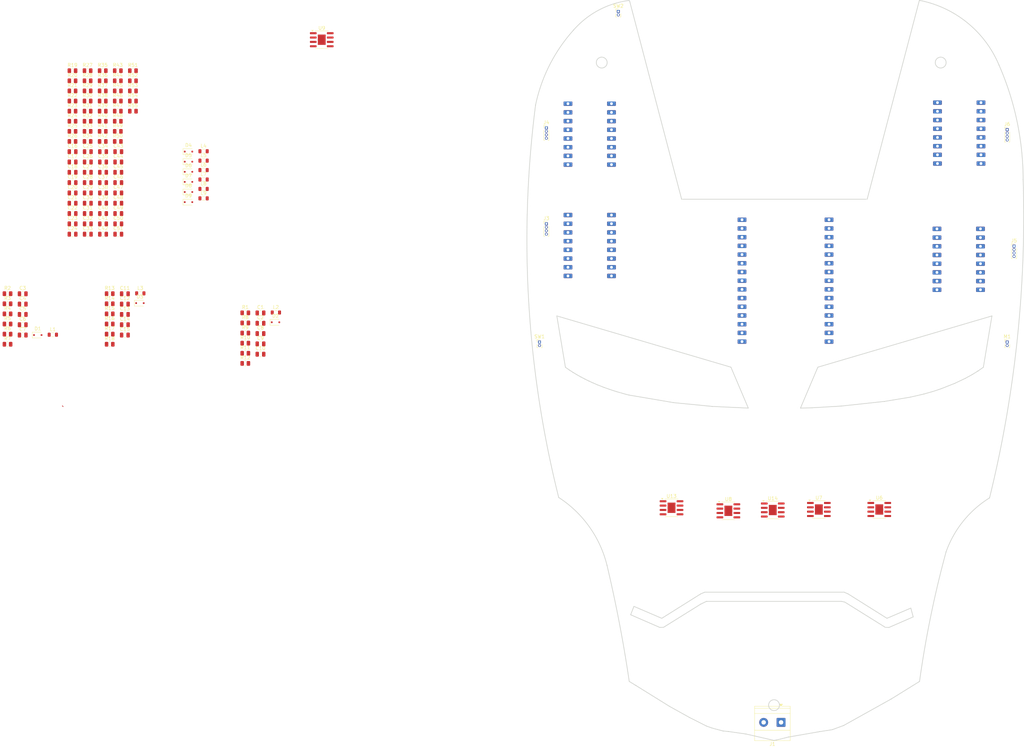
<source format=kicad_pcb>
(kicad_pcb (version 20241229) (generator "pcbnew") (generator_version "9.0")
  (layers (0 "F.Cu" signal) (2 "B.Cu" signal) (13 "F.Paste" user) (15 "B.Paste" user) (5 "F.SilkS" user "F.Silkscreen") (7 "B.SilkS" user "B.Silkscreen") (1 "F.Mask" user) (3 "B.Mask" user) (25 "Edge.Cuts" user))
  (net 0 "")
  (net 1 "Earth")
  (net 2 "Net-(U1-VIN)")
  (net 4 "Net-(D2-K)")
  (net 5 "Net-(D1-K)")
  (net 7 "Net-(C4-Pad2)")
  (net 8 "Net-(U2-COMP)")
  (net 9 "Net-(C5-Pad2)")
  (net 10 "Net-(U2-VIN)")
  (net 11 "Net-(C8-Pad2)")
  (net 12 "Net-(U1-COMP)")
  (net 13 "Net-(C10-Pad2)")
  (net 14 "Net-(U3-VIN)")
  (net 15 "Net-(D3-K)")
  (net 17 "Net-(U3-COMP)")
  (net 18 "Net-(C13-Pad2)")
  (net 19 "Net-(C15-Pad2)")
  (net 20 "/Assembly/28V")
  (net 22 "Net-(D4-K)")
  (net 23 "Net-(U6-COMP)")
  (net 24 "Net-(C18-Pad2)")
  (net 25 "Net-(U10-VMOT)")
  (net 26 "Net-(D5-K)")
  (net 28 "Net-(C23-Pad2)")
  (net 29 "Net-(U7-COMP)")
  (net 30 "Net-(U11-VMOT)")
  (net 32 "Net-(D6-K)")
  (net 33 "Net-(U8-COMP)")
  (net 34 "Net-(C28-Pad2)")
  (net 35 "Net-(U12-VMOT)")
  (net 37 "Net-(D7-K)")
  (net 38 "Net-(C33-Pad2)")
  (net 39 "Net-(J2-VIN)")
  (net 40 "Net-(D8-K)")
  (net 42 "Net-(C41-Pad2)")
  (net 43 "Net-(U13-COMP)")
  (net 44 "Net-(M1-+)")
  (net 45 "Net-(C45-Pad2)")
  (net 46 "Net-(D9-K)")
  (net 48 "Net-(C48-Pad2)")
  (net 49 "Net-(U14-COMP)")
  (net 50 "Net-(U15-VMOT)")
  (net 51 "/Assembly/D18")
  (net 52 "/Assembly/3v3")
  (net 56 "/Assembly/D2")
  (net 59 "Net-(J2-D26)")
  (net 61 "/Assembly/D32")
  (net 62 "/Assembly/D33")
  (net 63 "/Assembly/D19")
  (net 66 "/Assembly/GND_L")
  (net 68 "/Assembly/D4")
  (net 69 "Net-(J3-Pin_1)")
  (net 70 "Net-(J3-Pin_4)")
  (net 71 "Net-(J3-Pin_2)")
  (net 72 "Net-(J3-Pin_3)")
  (net 73 "Net-(J4-Pin_2)")
  (net 74 "Net-(J4-Pin_1)")
  (net 75 "Net-(J4-Pin_3)")
  (net 76 "Net-(J4-Pin_4)")
  (net 77 "Net-(J5-Pin_1)")
  (net 78 "Net-(J5-Pin_3)")
  (net 79 "Net-(J5-Pin_4)")
  (net 80 "Net-(J5-Pin_2)")
  (net 81 "Net-(J6-Pin_1)")
  (net 82 "Net-(J6-Pin_2)")
  (net 83 "Net-(J6-Pin_4)")
  (net 84 "Net-(J6-Pin_3)")
  (net 85 "Net-(U1-EN)")
  (net 86 "Net-(U2-FB)")
  (net 87 "Net-(U2-FREQ)")
  (net 88 "Net-(U2-EN)")
  (net 89 "Net-(U1-FREQ)")
  (net 90 "Net-(U1-FB)")
  (net 91 "Net-(U3-EN)")
  (net 92 "Net-(U3-FREQ)")
  (net 93 "Net-(U3-FB)")
  (net 94 "Net-(U6-EN)")
  (net 95 "Net-(U6-6)")
  (net 96 "Net-(U6-FB)")
  (net 97 "Net-(U7-EN)")
  (net 98 "Net-(U7-6)")
  (net 99 "Net-(U7-FB)")
  (net 100 "Net-(U8-EN)")
  (net 101 "Net-(U8-6)")
  (net 102 "Net-(U8-FB)")
  (net 103 "Net-(U9-EN)")
  (net 104 "Net-(U9-FB)")
  (net 105 "Net-(U13-EN)")
  (net 106 "Net-(U13-6)")
  (net 107 "Net-(U13-FB)")
  (net 108 "Net-(U14-EN)")
  (net 109 "Net-(U14-6)")
  (net 110 "Net-(U14-FB)")
  (net 125 "Net-(U9-VIN)")
  (net 126 "Net-(U9-SW)")
  (footprint "Diode_SMD:D_SOD-323F" (layer "F.Cu") (at 3.045 144.45)
    (property "Reference" "D1")
    (property "Value" "D_Zener_Small")
  )
  (footprint "Diode_SMD:D_SOD-323F" (layer "F.Cu") (at 47.045 102.7)
    (property "Reference" "D8")
    (property "Value" "D_Zener_Small")
  )
  (footprint "Package_SO:SOIC-8-1EP_3.9x4.9mm_P1.27mm_EP2.29x3mm" (layer "F.Cu") (at 217.57 195.52)
    (property "Reference" "U14")
    (property "Value" "~")
  )
  (footprint "Capacitor_SMD:C_0805_2012Metric" (layer "F.Cu") (at 13.2 96.95)
    (property "Reference" "C18")
    (property "Value" "220 pF")
  )
  (footprint "Capacitor_SMD:C_0805_2012Metric" (layer "F.Cu") (at 17.65 90.93)
    (property "Reference" "C25")
    (property "Value" "22 uF")
  )
  (footprint "Resistor_SMD:R_0805_2012Metric" (layer "F.Cu") (at 13.18 70.25)
    (property "Reference" "R20")
    (property "Value" "200k")
  )
  (footprint "Resistor_SMD:R_0805_2012Metric" (layer "F.Cu") (at 63.62 143.87)
    (property "Reference" "R9")
    (property "Value" "100k")
  )
  (footprint "Resistor_SMD:R_0805_2012Metric" (layer "F.Cu") (at 30.82 73.2)
    (property "Reference" "R53")
    (property "Value" "68.1k")
  )
  (footprint "Diode_SMD:D_SOD-323F" (layer "F.Cu") (at 47.045 105.65)
    (property "Reference" "D9")
    (property "Value" "D_Zener_Small")
  )
  (footprint "Resistor_SMD:R_0805_2012Metric" (layer "F.Cu") (at 30.82 76.15)
    (property "Reference" "R54")
    (property "Value" "10k")
  )
  (footprint "Capacitor_SMD:C_0805_2012Metric" (layer "F.Cu") (at 13.2 115.01)
    (property "Reference" "C24")
    (property "Value" "NS")
  )
  (footprint "Capacitor_SMD:C_0805_2012Metric" (layer "F.Cu") (at 26.55 108.99)
    (property "Reference" "C49")
    (property "Value" "NS")
  )
  (footprint "Modules:ESP32 30 pin" (layer "F.Cu") (at 208.6 110.8)
    (property "Reference" "J2" (hide yes))
    (property "Value" "esp32 30 pin" (hide yes))
  )
  (footprint "Modules:DRV8825Module" (layer "F.Cu") (at 265.65 76.61)
    (property "Reference" "U15" (hide yes))
    (property "Value" "DRV8825_STEPPER_MOTOR_DRIVER_CARRIER" (hide yes))
  )
  (footprint "Resistor_SMD:R_0805_2012Metric" (layer "F.Cu") (at -5.78 144.18)
    (property "Reference" "R6")
    (property "Value" "100k")
  )
  (footprint "Resistor_SMD:R_0805_2012Metric" (layer "F.Cu") (at 22 82.05)
    (property "Reference" "R40")
    (property "Value" "68.1k")
  )
  (footprint "Connector_PinHeader_1.00mm:PinHeader_1x04_P1.00mm_Vertical" (layer "F.Cu") (at 151.5 84)
    (property "Reference" "J4")
    (property "Value" "JST")
  )
  (footprint "Capacitor_SMD:C_0805_2012Metric" (layer "F.Cu") (at -1.35 144.45)
    (property "Reference" "C7")
    (property "Value" "10 uF")
  )
  (footprint "Capacitor_SMD:C_0805_2012Metric" (layer "F.Cu") (at 17.65 108.99)
    (property "Reference" "C31")
    (property "Value" "10 uF")
  )
  (footprint "Resistor_SMD:R_0805_2012Metric" (layer "F.Cu") (at 24.04 147.13)
    (property "Reference" "R18")
    (property "Value" "140k")
  )
  (footprint "Resistor_SMD:R_0805_2012Metric" (layer "F.Cu") (at 22 79.1)
    (property "Reference" "R39")
    (property "Value" "100k")
  )
  (footprint "Resistor_SMD:R_0805_2012Metric" (layer "F.Cu") (at 24.04 135.33)
    (property "Reference" "R14")
    (property "Value" "200k")
  )
  (footprint "Capacitor_SMD:C_0805_2012Metric" (layer "F.Cu") (at 17.65 112)
    (property "Reference" "C32")
    (property "Value" "100 nF")
  )
  (footprint "Capacitor_SMD:C_0805_2012Metric" (layer "F.Cu") (at 26.55 115.01)
    (property "Reference" "C51")
    (property "Value" "100 uF")
  )
  (footprint "Capacitor_SMD:C_0805_2012Metric" (layer "F.Cu") (at 26.55 90.93)
    (property "Reference" "C43")
    (property "Value" "22 uF")
  )
  (footprint "Capacitor_SMD:C_0805_2012Metric" (layer "F.Cu") (at 17.65 102.97)
    (property "Reference" "C29")
    (property "Value" "NS")
  )
  (footprint "Resistor_SMD:R_0805_2012Metric" (layer "F.Cu") (at 17.59 87.95)
    (property "Reference" "R34")
    (property "Value" "68.1k")
  )
  (footprint "Resistor_SMD:R_0805_2012Metric" (layer "F.Cu") (at 26.41 87.95)
    (property "Reference" "R50")
    (property "Value" "24.9k")
  )
  (footprint "Resistor_SMD:R_0805_2012Metric" (layer "F.Cu") (at 26.41 73.2)
    (property "Reference" "R45")
    (property "Value" "100k")
  )
  (footprint "Resistor_SMD:R_0805_2012Metric" (layer "F.Cu") (at 30.82 70.25)
    (property "Reference" "R52")
    (property "Value" "100k")
  )
  (footprint "Resistor_SMD:R_0805_2012Metric" (layer "F.Cu") (at -5.78 138.28)
    (property "Reference" "R4")
    (property "Value" "68.1k")
  )
  (footprint "Modules:DRV8825Module" (layer "F.Cu") (at 265.5 113.46)
    (property "Reference" "U12" (hide yes))
    (property "Value" "DRV8825_STEPPER_MOTOR_DRIVER_CARRIER" (hide yes))
  )
  (footprint "Package_SO:SOIC-8-1EP_3.9x4.9mm_P1.27mm_EP2.29x3mm" (layer "F.Cu") (at 85.93 58.25)
    (property "Reference" "U9")
    (property "Value" "~")
  )
  (footprint "Resistor_SMD:R_0805_2012Metric" (layer "F.Cu") (at 63.62 146.82)
    (property "Reference" "R10")
    (property "Value" "68.1k")
  )
  (footprint "Diode_SMD:D_SOD-323F" (layer "F.Cu") (at 72.445 140.72)
    (property "Reference" "D2")
    (property "Value" "D_Zener_Small")
  )
  (footprint "Capacitor_SMD:C_0805_2012Metric" (layer "F.Cu") (at 68.05 150.04)
    (property "Reference" "C10")
    (property "Value" "22 uF")
  )
  (footprint "Capacitor_SMD:C_0805_2012Metric" (layer "F.Cu") (at 22.1 105.98)
    (property "Reference" "C39")
    (property "Value" "10 uF")
  )
  (footprint "Capacitor_SMD:C_0805_2012Metric" (layer "F.Cu") (at 26.55 99.96)
    (property "Reference" "C46")
    (property "Value" "10 uF")
  )
  (footprint "Capacitor_SMD:C_0805_2012Metric" (layer "F.Cu") (at 26.55 112)
    (property "Reference" "C50")
    (property "Value" "22 uF")
  )
  (footprint "Resistor_SMD:R_0805_2012Metric" (layer "F.Cu") (at 22 73.2)
    (property "Reference" "R37")
    (property "Value" "24.9k")
  )
  (footprint "Capacitor_SMD:C_0805_2012Metric" (layer "F.Cu") (at 13.2 105.98)
    (property "Reference" "C21")
    (property "Value" "10 uF")
  )
  (footprint "Resistor_SMD:R_0805_2012Metric" (layer "F.Cu") (at 22 70.25)
    (property "Reference" "R36")
    (property "Value" "140k")
  )
  (footprint "Connector_PinHeader_1.00mm:PinHeader_1x02_P1.00mm_Vertical" (layer "F.Cu") (at 286 146.5)
    (property "Reference" "M1")
    (property "Value" "Motor_DC")
  )
  (footprint "Resistor_SMD:R_0805_2012Metric" (layer "F.Cu") (at 26.41 82.05)
    (property "Reference" "R48")
    (property "Value" "140k")
  )
  (footprint "Inductor_SMD:L_0805_2012Metric" (layer "F.Cu") (at 51.44 99.05)
    (property "Reference" "L7")
    (property "Value" "L_Small")
  )
  (footprint "Resistor_SMD:R_0805_2012Metric" (layer "F.Cu") (at -5.78 147.13)
    (property "Reference" "R7")
    (property "Value" "24.9k")
  )
  (footprint "Resistor_SMD:R_0805_2012Metric" (layer "F.Cu") (at 24.04 141.23)
    (property "Reference" "R16")
    (property "Value" "68.1k")
  )
  (footprint "Capacitor_SMD:C_0805_2012Metric" (layer "F.Cu") (at 22.1 112)
    (property "Reference" "C41")
    (property "Value" "220 pF")
  )
  (footprint "Resistor_SMD:R_0805_2012Metric" (layer "F.Cu") (at 30.82 67.3)
    (property "Reference" "R51")
    (property "Value" "200k")
  )
  (footprint "Resistor_SMD:R_0805_2012Metric" (layer "F.Cu") (at 22 87.95)
    (property "Reference" "R42")
    (property "Value" "22k")
  )
  (footprint "Resistor_SMD:R_0805_2012Metric" (layer "F.Cu") (at 13.18 67.3)
    (property "Reference" "R19")
    (property "Value" "24.9k")
  )
  (footprint "Diode_SMD:D_SOD-323F" (layer "F.Cu") (at 47.045 90.9)
    (property "Reference" "D4")
    (property "Value" "D_Zener_Small")
  )
  (footprint "Capacitor_SMD:C_0805_2012Metric" (layer "F.Cu") (at 22.1 108.99)
    (property "Reference" "C40")
    (property "Value" "100 nF")
  )
  (footprint "Connector_PinHeader_1.00mm:PinHeader_1x02_P1.00mm_Vertical" (layer "F.Cu") (at 172.5 50)
    (property "Reference" "SW2")
    (property "Value" "SW_SPDT_XKB_DMx-xxxx-1")
  )
  (footprint "Connector_PinHeader_1.00mm:PinHeader_1x04_P1.00mm_Vertical" (layer "F.Cu") (at 286 84.5)
    (property "Reference" "J6")
    (property "Value" "JST")
  )
  (footprint "Resistor_SMD:R_0805_2012Metric" (layer "F.Cu") (at 17.59 79.1)
    (property "Reference" "R31")
    (property "Value" "24.9k")
  )
  (footprint "Capacitor_SMD:C_0805_2012Metric" (layer "F.Cu") (at 22.1 96.95)
    (property "Reference" "C36")
    (property "Value" "100 uF")
  )
  (footprint "Connector_PinHeader_1.00mm:PinHeader_1x04_P1.00mm_Vertical" (layer "F.Cu") (at 151.5 112)
    (property "Reference" "J3")
    (property "Value" "JST")
  )
  (footprint "Resistor_SMD:R_0805_2012Metric" (layer "F.Cu") (at 13.18 85)
    (property "Reference" "R25")
    (property "Value" "24.9k")
  )
  (footprint "Capacitor_SMD:C_0805_2012Metric" (layer "F.Cu") (at 17.65 115.01)
    (property "Reference" "C33")
    (property "Value" "220 pF")
  )
  (footprint "Inductor_SMD:L_0805_2012Metric" (layer "F.Cu") (at 51.44 96.3)
    (property "Reference" "L6")
    (property "Value" "L_Small")
  )
  (footprint "Capacitor_SMD:C_0805_2012Metric" (layer "F.Cu") (at 26.55 102.97)
    (property "Reference" "C47")
    (property "Value" "100 nF")
  )
  (footprint "Resistor_SMD:R_0805_2012Metric" (layer "F.Cu") (at 17.59 85)
    (property "Reference" "R33")
    (property "Value" "100k")
  )
  (footprint "Capacitor_SMD:C_0805_2012Metric" (layer "F.Cu") (at 13.2 112)
    (property "Reference" "C23")
    (property "Value" "220 pF")
  )
  (footprint "Resistor_SMD:R_0805_2012Metric" (layer "F.Cu") (at 17.59 70.25)
    (property "Reference" "R28")
    (property "Value" "68.1k")
  )
  (footprint "Capacitor_SMD:C_0805_2012Metric" (layer "F.Cu") (at 13.2 108.99)
    (property "Reference" "C22")
    (property "Value" "100 nF")
  )
  (footprint "Resistor_SMD:R_0805_2012Metric" (layer "F.Cu") (at 24.04 132.38)
    (property "Reference" "R13")
    (property "Value" "24.9k")
  )
  (footprint "Package_SO:SOIC-8-1EP_3.9x4.9mm_P1.27mm_EP2.29x3mm" (layer "F.Cu") (at 231.025 195.365)
    (property "Reference" "U7")
    (property "Value" "~")
  )
  (footprint "Resistor_SMD:R_0805_2012Metric" (layer "F.Cu") (at 24.04 144.18)
    (property "Reference" "R17")
    (property "Value" "10k")
  )
  (footprint "Resistor_SMD:R_0805_2012Metric" (layer "F.Cu") (at 13.18 76.15)
    (property "Reference" "R22")
    (property "Value" "68.1k")
  )
  (footprint "Capacitor_SMD:C_0805_2012Metric" (layer "F.Cu") (at 68.05 141.01)
    (property "Reference" "C2")
    (property "Value" "100 nF")
  )
  (footprint "Inductor_SMD:L_0805_2012Metric" (layer "F.Cu") (at 51.44 104.55)
    (property "Reference" "L9")
    (property "Value" "L_Small")
  )
  (footprint "Diode_SMD:D_SOD-323F" (layer "F.Cu") (at 47.045 96.8)
    (property "Reference" "D6")
    (property "Value" "D_Zener_Small")
  )
  (footprint "Capacitor_SMD:C_0805_2012Metric" (layer "F.Cu") (at -1.35 132.41)
    (property "Reference" "C3")
    (property "Value" "100 nF")
  )
  (footprint "Connector_PinHeader_1.00mm:PinHeader_1x02_P1.00mm_Vertical" (layer "F.Cu") (at 149.5 146.5)
    (property "Reference" "SW1")
    (property "Value" "SW_SPDT_XKB_DMx-xxxx-1")
  )
  (footprint "Resistor_SMD:R_0805_2012Metric" (layer "F.Cu") (at 22 67.3)
    (property "Reference" "R35")
    (property "Value" "10k")
  )
  (footprint "Resistor_SMD:R_0805_2012Metric" (layer "F.Cu") (at 63.62 149.77)
    (property "Reference" "R11")
    (property "Value" "4.3k")
  )
  (footprint "Resistor_SMD:R_0805_2012Metric" (layer "F.Cu") (at 13.18 82.05)
    (property "Reference" "R24")
    (property "Value" "140k")
  )
  (footprint "Resistor_SMD:R_0805_2012Metric" (layer "F.Cu") (at 17.59 73.2)
    (property "Reference" "R29")
    (property "Value" "10k")
  )
  (footprint "Capacitor_SMD:C_0805_2012Metric" (layer "F.Cu") (at 28.47 144.45)
    (property "Reference" "C15")
    (property "Value" "22 uF")
  )
  (footprint "Resistor_SMD:R_0805_2012Metric" (layer "F.Cu") (at 26.41 70.25)
    (property "Reference" "R44")
    (property "Value" "200k")
  )
  (footprint "Resistor_SMD:R_0805_2012Metric" (layer "F.Cu") (at 30.82 79.1)
    (property "Reference" "R55")
    (property "Value" "140k")
  )
  (footprint "Inductor_SMD:L_0805_2012Metric" (layer "F.Cu") (at 32.97 132.28)
    (property "Reference" "L3")
    (property "Value" "L_Small")
  )
  (footprint "Modules:DRV8825Module" (layer "F.Cu") (at 157.8 76.92)
    (property "Reference" "U11" (hide yes))
    (property "Value" "DRV8825_STEPPER_MOTOR_DRIVER_CARRIER" (hide yes))
  )
  (footprint "Capacitor_SMD:C_0805_2012Metric" (layer "F.Cu") (at 17.65 96.95)
    (property "Reference" "C27")
    (property "Value" "100 nF")
  )
  (footprint "Resistor_SMD:R_0805_2012Metric" (layer "F.Cu") (at -5.78 141.23)
    (property "Reference" "R5")
    (property "Value" "200k")
  )
  (footprint "Resistor_SMD:R_0805_2012Metric" (layer "F.Cu") (at 13.18 87.95)
    (property "Reference" "R26")
    (property "Value" "200k")
  )
  (footprint "Resistor_SMD:R_0805_2012Metric" (layer "F.Cu") (at 13.18 73.2)
    (property "Reference" "R21")
    (property "Value" "100k")
  )
  (footprint "Package_SO:SOIC-8-1EP_3.9x4.9mm_P1.27mm_EP2.29x3mm" (layer "F.Cu") (at 248.665 195.365)
    (property "Reference" "U6")
    (property "Value" "~")
  )
  (footprint "Capacitor_SMD:C_0805_2012Metric" (layer "F.Cu") (at 22.1 90.93)
    (property "Reference" "C34")
    (property "Value" "NS")
  )
  (footprint "Capacitor_SMD:C_0805_2012Metric" (layer "F.Cu") (at 13.2 102.97)
    (property "Reference" "C20")
    (property "Value" "22 uF")
  )
  (footprint "Capacitor_SMD:C_0805_2012Metric" (layer "F.Cu") (at 26.55 96.95)
    (property "Reference" "C45")
    (property "Value" "0.1 uF")
  )
  (footprint "Capacitor_SMD:C_0805_2012Metric" (layer "F.Cu") (at 28.47 141.44)
    (property "Reference" "C14")
    (property "Value" "NS")
  )
  (footprint "Capacitor_SMD:C_0805_2012Metric" (layer "F.Cu") (at 22.1 102.97)
    (property "Reference" "C38")
    (property "Value" "100 uF")
  )
  (footprint "Capacitor_SMD:C_0805_2012Metric" (layer "F.Cu") (at 13.2 90.93)
    (property "Reference" "C16")
    (property "Value" "10 uF")
  )
  (footprint "Capacitor_SMD:C_0805_2012Metric" (layer "F.Cu") (at -1.35 138.43)
    (property "Reference" "C5")
    (property "Value" "220 pF")
  )
  (footprint "Capacitor_SMD:C_0805_2012Metric" (layer "F.Cu") (at 13.2 99.96)
    (property "Reference" "C19")
    (property "Value" "NS")
  )
  (footprint "Package_SO:SOIC-8-1EP_3.9x4.9mm_P1.27mm_EP2.29x3mm" (layer "F.Cu") (at 204.62 195.75)
    (property "Reference" "U8")
    (property "Value" "~")
  )
  (footprint "Capacitor_SMD:C_0805_2012Metric" (layer "F.Cu") (at 26.55 105.98)
    (property "Reference" "C48")
    (property "Value" "220 pF")
  )
  (footprint "Package_SO:SOIC-8-1EP_3.9x4.9mm_P1.27mm_EP2.29x3mm" (layer "F.Cu") (at 188.025 194.865)
    (property "Reference" "U13")
    (property "Value" "~")
  )
  (footprint "Capacitor_SMD:C_0805_2012Metric" (layer "F.Cu") (at 22.1 99.96)
    (property "Reference" "C37")
    (property "Value" "100 uF")
  )
  (footprint "Resistor_SMD:R_0805_2012Metric" (layer "F.Cu") (at 26.41 67.3)
    (property "Reference" "R43")
    (property "Value" "24.9k")
  )
  (footprint "Capacitor_SMD:C_0805_2012Metric" (layer "F.Cu") (at 28.47 135.42)
    (property "Reference" "C12")
    (property "Value" "100 nF")
  )
  (footprint "Resistor_SMD:R_0805_2012Metric" (layer "F.Cu") (at 17.59 76.15)
    (property "Reference" "R30")
    (property "Value" "140k")
  )
  (footprint "Capacitor_SMD:C_0805_2012Metric" (layer "F.Cu") (at 68.05 147.03)
    (property "Reference" "C9")
    (property "Value" "NS")
  )
  (footprint "Capacitor_SMD:C_0805_2012Metric" (layer "F.Cu") (at 68.05 138)
    (property "Reference" "C1")
    (property "Value" "10 uF")
  )
  (footprint "Resistor_SMD:R_0805_2012Metric" (layer "F.Cu") (at 63.62 152.72)
    (property "Reference" "R12")
    (property "Value" "22k")
  )
  (footprint "TerminalBlock_Phoenix:TerminalBlock_Phoenix_MKDS-1,5-2-5.08_1x02_P5.08mm_Horizontal" (layer "F.Cu") (at 220 257.5 180)
    (property "Reference" "J1")
    (property "Value" "Screw_Terminal_01x02")
  )
  (footprint "Capacitor_SMD:C_0805_2012Metric" (layer "F.Cu") (at 28.47 138.43)
    (property "Reference" "C13")
    (property "Value" "220 pF")
  )
  (footprint "Diode_SMD:D_SOD-323F" (layer "F.Cu") (at 47.045 99.75)
    (property "Reference" "D7")
    (property "Value" "D_Zener_Small")
  )
  (footprint "Capacitor_SMD:C_0805_2012Metric" (layer "F.Cu") (at 22.1 115.01)
    (property "Reference" "C42")
    (property "Value" "NS")
  )
  (footprint "Resistor_SMD:R_0805_2012Metric" (layer "F.Cu") (at 22 76.15)
    (property "Reference" "R38")
    (property "Value" "200k")
  )
  (footprint "Resistor_SMD:R_0805_2012Metric" (layer "F.Cu") (at 63.62 137.97)
    (property "Reference" "R1")
    (property "Value" "24.9k")
  )
  (footprint "Resistor_SMD:R_0805_2012Metric" (layer "F.Cu") (at -5.78 135.33)
    (property "Reference" "R3")
    (property "Value" "10k")
  )
  (footprint "Inductor_SMD:L_0805_2012Metric" (layer "F.Cu") (at 72.55 137.87)
    (property "Reference" "L2")
    (property "Value" "L_Small")
  )
  (footprint "Diode_SMD:D_SOD-323F" (layer "F.Cu") (at 32.865 135.13)
    (property "Reference" "D3")
    (property "Value" "D_Zener_Small")
  )
  (footprint "Diode_SMD:D_SOD-323F" (layer "F.Cu") (at 47.045 93.85)
    (property "Reference" "D5")
    (property "Value" "D_Zener_Small")
  )
  (footprint "Resistor_SMD:R_0805_2012Metric" (layer "F.Cu") (at 26.41 76.15)
    (property "Reference" "R46")
    (property "Value" "68.1k")
  )
  (footprint "Resistor_SMD:R_0805_2012Metric" (layer "F.Cu") (at 22 85)
    (property "Reference" "R41")
    (property "Value" "4.3k")
  )
  (footprint "Capacitor_SMD:C_0805_2012Metric" (layer "F.Cu") (at 17.65 93.94)
    (property "Reference" "C26")
    (property "Value" "10 uF")
  )
  (footprint "Capacitor_SMD:C_0805_2012Metric" (layer "F.Cu") (at 28.47 132.41)
    (property "Reference" "C11")
    (property "Value" "10 uF")
  )
  (footprint "Inductor_SMD:L_0805_2012Metric" (layer "F.Cu") (at 51.44 90.8)
    (property "Reference" "L4")
    (property "Value" "L_Small")
  )
  (footprint "Resistor_SMD:R_0805_2012Metric" (layer "F.Cu") (at 63.62 140.92)
    (property "Reference" "R8")
    (property "Value" "200k")
  )
  (footprint "Capacitor_SMD:C_0805_2012Metric" (layer "F.Cu") (at 13.2 93.94)
    (property "Reference" "C17")
    (property "Value" "100 nF")
  )
  (footprint "Resistor_SMD:R_0805_2012Metric" (layer "F.Cu") (at 26.41 85)
    (property "Reference" "R49")
    (property "Value" "0.1 k")
  )
  (footprint "Capacitor_SMD:C_0805_2012Metric" (layer "F.Cu") (at 17.65 105.98)
    (property "Reference" "C30")
    (property "Value" "22 uF")
  )
  (footprint "Capacitor_SMD:C_0805_2012Metric" (layer "F.Cu") (at 22.1 93.94)
    (property "Reference" "C35")
    (property "Value" "22 uF")
  )
  (footprint "Resistor_SMD:R_0805_2012Metric" (layer "F.Cu") (at 24.04 138.28)
    (property "Reference" "R15")
    (property "Value" "100k")
  )
  (footprint "Resistor_SMD:R_0805_2012Metric" (layer "F.Cu") (at -5.78 132.38)
    (property "Reference" "R2")
    (property "Value" "140k")
  )
  (footprint "Inductor_SMD:L_0805_2012Metric" (layer "F.Cu") (at 51.44 101.8)
    (property "Reference" "L8")
    (property "Value" "L_Small")
  )
  (footprint "Resistor_SMD:R_0805_2012Metric" (layer "F.Cu") (at 13.18 79.1)
    (property "Reference" "R23")
    (property "Value" "10k")
  )
  (footprint "Inductor_SMD:L_0805_2012Metric" (layer "F.Cu") (at 7.44 144.35)
    (property "Reference" "L1")
    (property "Value" "L_Small")
  )
  (footprint "Capacitor_SMD:C_0805_2012Metric" (layer "F.Cu") (at 68.05 144.02)
    (property "Reference" "C8")
    (property "Value" "220 pF")
  )
  (footprint "Modules:DRV8825Module" (layer "F.Cu") (at 157.8 109.42)
    (property "Reference" "U10" (hide yes))
    (property "Value" "DRV8825_STEPPER_MOTOR_DRIVER_CARRIER" (hide yes))
  )
  (footprint "Resistor_SMD:R_0805_2012Metric" (layer "F.Cu") (at 17.59 82.05)
    (property "Reference" "R32")
    (property "Value" "200k")
  )
  (footprint "Connector_PinHeader_1.00mm:PinHeader_1x04_P1.00mm_Vertical" (layer "F.Cu") (at 288 118.5)
    (property "Reference" "J5")
    (property "Value" "JST")
  )
  (footprint "Capacitor_SMD:C_0805_2012Metric" (layer "F.Cu") (at 17.65 99.96)
    (property "Reference" "C28")
    (property "Value" "220 pF")
  )
  (footprint "Capacitor_SMD:C_0805_2012Metric" (layer "F.Cu") (at 26.55 93.94)
    (property "Reference" "C44")
    (property "Value" "100 uF")
  )
  (footprint "Resistor_SMD:R_0805_2012Metric" (layer "F.Cu") (at 26.41 79.1)
    (property "Reference" "R47")
    (property "Value" "10k")
  )
  (footprint "Resistor_SMD:R_0805_2012Metric" (layer "F.Cu") (at 17.59 67.3)
    (property "Reference" "R27")
    (property "Value" "100k")
  )
  (footprint "Inductor_SMD:L_0805_2012Metric" (layer "F.Cu") (at 51.44 93.55)
    (property "Reference" "L5")
    (property "Value" "L_Small")
  )
  (footprint "Capacitor_SMD:C_0805_2012Metric" (layer "F.Cu") (at -1.35 135.42)
    (property "Reference" "C4")
    (property "Value" "22 uF")
  )
  (footprint "Capacitor_SMD:C_0805_2012Metric" (layer "F.Cu") (at -1.35 141.44)
    (property "Reference" "C6")
    (property "Value" "NS")
  )
  (gr_line (start 245.125454 104.806009) (end 260.362437 46.756588) (stroke (width 0.2)) (layer "Edge.Cuts"))
  (gr_circle (center 167.656439 64.921247) (end 169.243939 64.921247) (stroke (width 0.2)) (fill no) (layer "Edge.Cuts"))
  (gr_line (start 204.623072 260.163484) (end 204.623072 260.163485) (stroke (width 0.2)) (layer "Edge.Cuts"))
  (gr_line (start 172.08198 160.996572) (end 172.081974 160.996572) (stroke (width 0.2)) (layer "Edge.Cuts"))
  (gr_line (start 238.276105 258.402702) (end 238.276105 258.402705) (stroke (width 0.2)) (layer "Edge.Cuts"))
  (gr_line (start 250.196998 163.817923) (end 250.196974 163.817948) (stroke (width 0.2)) (layer "Edge.Cuts"))
  (gr_line (start 198.244428 222.161237) (end 196.539117 222.994695) (stroke (width 0.2)) (layer "Edge.Cuts"))
  (gr_line (start 158.15608 154.622155) (end 158.156056 154.622155) (stroke (width 0.2)) (layer "Edge.Cuts"))
  (gr_arc (start 155.09562 191.855291) (mid 146.351723 134.90855) (end 148.339267 77.32872) (stroke (width 0.2)) (layer "Edge.Cuts"))
  (gr_line (start 176.095648 226.091953) (end 177.053166 223.644169) (stroke (width 0.2)) (layer "Edge.Cuts"))
  (gr_line (start 162.766797 157.314105) (end 163.966481 157.901606) (stroke (width 0.2)) (layer "Edge.Cuts"))
  (gr_line (start 237.535222 165.179359) (end 237.535222 165.179347) (stroke (width 0.2)) (layer "Edge.Cuts"))
  (gr_line (start 238.390814 219.506566) (end 238.39079 219.506578) (stroke (width 0.2)) (layer "Edge.Cuts"))
  (gr_circle (center 266.589444 64.921247) (end 268.176944 64.921247) (stroke (width 0.2)) (fill no) (layer "Edge.Cuts"))
  (gr_arc (start 159.464294 55.393525) (mid 166.780042 49.606695) (end 175.670707 46.784802) (stroke (width 0.2)) (layer "Edge.Cuts"))
  (gr_line (start 231.218348 260.207086) (end 222.111975 261.789392) (stroke (width 0.2)) (layer "Edge.Cuts"))
  (gr_line (start 188.648526 164.179614) (end 199.898203 165.280019) (stroke (width 0.2)) (layer "Edge.Cuts"))
  (gr_line (start 209.765684 260.901532) (end 209.765684 260.901538) (stroke (width 0.2)) (layer "Edge.Cuts"))
  (gr_line (start 163.966481 157.901606) (end 163.966481 157.901618) (stroke (width 0.2)) (layer "Edge.Cuts"))
  (gr_line (start 163.966481 157.901618) (end 165.181959 158.457277) (stroke (width 0.2)) (layer "Edge.Cuts"))
  (gr_line (start 199.898203 165.280019) (end 199.898203 165.280031) (stroke (width 0.2)) (layer "Edge.Cuts"))
  (gr_line (start 270.727237 158.532296) (end 273.752331 157.099487) (stroke (width 0.2)) (layer "Edge.Cuts"))
  (gr_line (start 258.568168 226.716398) (end 251.5201 229.779958) (stroke (width 0.2)) (layer "Edge.Cuts"))
  (gr_line (start 234.92924 259.635482) (end 234.929252 259.635484) (stroke (width 0.2)) (layer "Edge.Cuts"))
  (gr_line (start 250.196974 163.817948) (end 257.703407 162.579373) (stroke (width 0.2)) (layer "Edge.Cuts"))
  (gr_line (start 199.922959 259.183856) (end 199.922971 259.183853) (stroke (width 0.2)) (layer "Edge.Cuts"))
  (gr_arc (start 169.190557 211.648459) (mid 172.805698 228.529844) (end 175.686125 245.551985) (stroke (width 0.2)) (layer "Edge.Cuts"))
  (gr_arc (start 283.618308 65.667379) (mid 288.86063 82.000201) (end 290.652411 99.059876) (stroke (width 0.2)) (layer "Edge.Cuts"))
  (gr_line (start 196.539117 222.994695) (end 196.539117 222.994689) (stroke (width 0.2)) (layer "Edge.Cuts"))
  (gr_line (start 196.562893 219.986624) (end 197.720998 219.505924) (stroke (width 0.2)) (layer "Edge.Cuts"))
  (gr_line (start 166.411705 158.982245) (end 168.279826 159.71477) (stroke (width 0.2)) (layer "Edge.Cuts"))
  (gr_line (start 205.366435 153.829273) (end 154.552596 138.867241) (stroke (width 0.2)) (layer "Edge.Cuts"))
  (gr_line (start 159.277535 155.348782) (end 160.420816 156.038868) (stroke (width 0.2)) (layer "Edge.Cuts"))
  (gr_line (start 229.060061 165.677015) (end 237.535222 165.179359) (stroke (width 0.2)) (layer "Edge.Cuts"))
  (gr_line (start 161.584408 156.6936) (end 162.766797 157.314117) (stroke (width 0.2)) (layer "Edge.Cuts"))
  (gr_line (start 177.053166 223.644169) (end 185.177405 227.130693) (stroke (width 0.2)) (layer "Edge.Cuts"))
  (gr_arc (start 290.652426 99.059889) (mid 288.9204 145.852201) (end 280.851156 191.976031) (stroke (width 0.2)) (layer "Edge.Cuts"))
  (gr_line (start 198.474719 222.170648) (end 198.244428 222.161231) (stroke (width 0.2)) (layer "Edge.Cuts"))
  (gr_arc (start 148.33928 77.328693) (mid 152.446347 65.622942) (end 159.464295 55.393526) (stroke (width 0.2)) (layer "Edge.Cuts"))
  (gr_line (start 177.677587 246.768232) (end 175.686125 245.551985) (stroke (width 0.2)) (layer "Edge.Cuts"))
  (gr_line (start 261.694419 161.662265) (end 261.694406 161.662265) (stroke (width 0.2)) (layer "Edge.Cuts"))
  (gr_line (start 172.081974 160.996572) (end 174.649253 161.72808) (stroke (width 0.2)) (layer "Edge.Cuts"))
  (gr_line (start 199.898203 165.280031) (end 210.435302 165.770554) (stroke (width 0.2)) (layer "Edge.Cuts"))
  (gr_line (start 174.649253 161.72808) (end 174.649259 161.72808) (stroke (width 0.2)) (layer "Edge.Cuts"))
  (gr_line (start 161.584408 156.693588) (end 161.584408 156.6936) (stroke (width 0.2)) (layer "Edge.Cuts"))
  (gr_line (start 193.293276 256.084263) (end 187.40054 252.807307) (stroke (width 0.2)) (layer "Edge.Cuts"))
  (gr_line (start 187.40054 252.807307) (end 177.677599 246.768232) (stroke (width 0.2)) (layer "Edge.Cuts"))
  (gr_line (start 165.181959 158.457265) (end 166.411711 158.982245) (stroke (width 0.2)) (layer "Edge.Cuts"))
  (gr_line (start 175.843978 47.140065) (end 175.843966 47.140089) (stroke (width 0.2)) (layer "Edge.Cuts"))
  (gr_line (start 222.111975 261.789402) (end 222.111975 261.789392) (stroke (width 0.2)) (layer "Edge.Cuts"))
  (gr_line (start 270.727237 158.532284) (end 270.727237 158.532296) (stroke (width 0.2)) (layer "Edge.Cuts"))
  (gr_line (start 170.171614 160.384896) (end 172.08198 160.996572) (stroke (width 0.2)) (layer "Edge.Cuts"))
  (gr_line (start 237.619023 222.168952) (end 198.474719 222.170654) (stroke (width 0.2)) (layer "Edge.Cuts"))
  (gr_line (start 250.899323 227.12581) (end 257.869398 224.142506) (stroke (width 0.2)) (layer "Edge.Cuts"))
  (gr_line (start 203.070708 260.017569) (end 199.922971 259.183853) (stroke (width 0.2)) (layer "Edge.Cuts"))
  (gr_line (start 210.435302 165.770554) (end 205.366435 153.829273) (stroke (width 0.2)) (layer "Edge.Cuts"))
  (gr_line (start 234.92924 259.635482) (end 231.218335 260.207089) (stroke (width 0.2)) (layer "Edge.Cuts"))
  (gr_line (start 222.111975 261.789402) (end 218.60841 262.659661) (stroke (width 0.2)) (layer "Edge.Cuts"))
  (gr_line (start 218.60841 262.659655) (end 217.866813 262.752732) (stroke (width 0.2)) (layer "Edge.Cuts"))
  (gr_circle (center 217.948445 252.474854) (end 219.535945 252.474854) (stroke (width 0.2)) (fill no) (layer "Edge.Cuts"))
  (gr_line (start 199.922959 259.183856) (end 198.255413 258.591918) (stroke (width 0.2)) (layer "Edge.Cuts"))
  (gr_line (start 184.564461 229.773533) (end 176.095648 226.091953) (stroke (width 0.2)) (layer "Edge.Cuts"))
  (gr_line (start 239.548774 219.994049) (end 250.899323 227.12581) (stroke (width 0.2)) (layer "Edge.Cuts"))
  (gr_line (start 238.625406 222.404895) (end 237.619023 222.168958) (stroke (width 0.2)) (layer "Edge.Cuts"))
  (gr_line (start 250.40785 229.755686) (end 250.407826 229.755686) (stroke (width 0.2)) (layer "Edge.Cuts"))
  (gr_line (start 168.279826 159.71477) (end 168.27982 159.714782) (stroke (width 0.2)) (layer "Edge.Cuts"))
  (gr_line (start 264.507171 160.860437) (end 264.507171 160.860449) (stroke (width 0.2)) (layer "Edge.Cuts"))
  (gr_line (start 268.162487 207.724538) (end 268.162467 207.72456) (stroke (width 0.2)) (layer "Edge.Cuts"))
  (gr_line (start 217.866813 262.752734) (end 209.765684 260.901538) (stroke (width 0.2)) (layer "Edge.Cuts"))
  (gr_line (start 231.218348 260.207086) (end 231.218335 260.207089) (stroke (width 0.2)) (layer "Edge.Cuts"))
  (gr_line (start 162.766797 157.314117) (end 162.766797 157.314105) (stroke (width 0.2)) (layer "Edge.Cuts"))
  (gr_line (start 266.72845 160.115751) (end 270.727237 158.532284) (stroke (width 0.2)) (layer "Edge.Cuts"))
  (gr_line (start 185.7067 229.747426) (end 184.564461 229.773533) (stroke (width 0.2)) (layer "Edge.Cuts"))
  (gr_line (start 264.507171 160.860449) (end 266.728426 160.115763) (stroke (width 0.2)) (layer "Edge.Cuts"))
  (gr_line (start 196.539117 222.994689) (end 185.706694 229.747426) (stroke (width 0.2)) (layer "Edge.Cuts"))
  (gr_line (start 170.171607 160.384896) (end 170.171614 160.384896) (stroke (width 0.2)) (layer "Edge.Cuts"))
  (gr_line (start 280.851156 191.976011) (end 280.851156 191.976031) (stroke (width 0.2)) (layer "Edge.Cuts"))
  (gr_line (start 273.752331 157.099487) (end 273.752319 157.099487) (stroke (width 0.2)) (layer "Edge.Cuts"))
  (gr_line (start 197.720998 219.505924) (end 238.390814 219.506566) (stroke (width 0.2)) (layer "Edge.Cuts"))
  (gr_line (start 209.765684 260.901532) (end 204.623072 260.163485) (stroke (width 0.2)) (layer "Edge.Cuts"))
  (gr_arc (start 155.095632 191.8553) (mid 164.031955 200.406805) (end 169.190569 211.648459) (stroke (width 0.2)) (layer "Edge.Cuts"))
  (gr_line (start 198.255413 258.591917) (end 193.293276 256.084263) (stroke (width 0.2)) (layer "Edge.Cuts"))
  (gr_line (start 196.562905 219.98663) (end 196.562893 219.986624) (stroke (width 0.2)) (layer "Edge.Cuts"))
  (gr_line (start 175.843978 47.140065) (end 190.975037 104.80653) (stroke (width 0.2)) (layer "Edge.Cuts"))
  (gr_line (start 257.703407 162.579373) (end 257.703419 162.57936) (stroke (width 0.2)) (layer "Edge.Cuts"))
  (gr_line (start 177.677587 246.768232) (end 177.677599 246.768232) (stroke (width 0.2)) (layer "Edge.Cuts"))
  (gr_line (start 260.413563 245.552313) (end 252.161498 250.665142) (stroke (width 0.2)) (layer "Edge.Cuts"))
  (gr_line (start 160.420816 156.038868) (end 161.584408 156.693588) (stroke (width 0.2)) (layer "Edge.Cuts"))
  (gr_line (start 277.470624 154.943174) (end 279.043588 153.855379) (stroke (width 0.2)) (layer "Edge.Cuts"))
  (gr_line (start 198.255413 258.591917) (end 198.255413 258.591918) (stroke (width 0.2)) (layer "Edge.Cuts"))
  (gr_line (start 165.181959 158.457277) (end 165.181959 158.457265) (stroke (width 0.2)) (layer "Edge.Cuts"))
  (gr_line (start 238.39079 219.506578) (end 239.548774 219.994049) (stroke (width 0.2)) (layer "Edge.Cuts"))
  (gr_line (start 218.60841 262.659655) (end 218.60841 262.659661) (stroke (width 0.2)) (layer "Edge.Cuts"))
  (gr_line (start 148.33928 77.328693) (end 148.339267 77.32872) (stroke (width 0.2)) (layer "Edge.Cuts"))
  (gr_line (start 198.244428 222.161231) (end 198.244428 222.161237) (stroke (width 0.2)) (layer "Edge.Cuts"))
  (gr_line (start 257.869398 224.142506) (end 258.568168 226.716398) (stroke (width 0.2)) (layer "Edge.Cuts"))
  (gr_line (start 283.618308 65.667379) (end 283.618312 65.667377) (stroke (width 0.2)) (layer "Edge.Cuts"))
  (gr_line (start 198.474719 222.170654) (end 198.474719 222.170648) (stroke (width 0.2)) (layer "Edge.Cuts"))
  (gr_line (start 204.623072 260.163484) (end 203.070696 260.017563) (stroke (width 0.2)) (layer "Edge.Cuts"))
  (gr_line (start 252.16151 250.665142) (end 252.161498 250.665142) (stroke (width 0.2)) (layer "Edge.Cuts"))
  (gr_line (start 169.190569 211.648459) (end 169.190557 211.648459) (stroke (width 0.2)) (layer "Edge.Cuts"))
  (gr_arc (start 268.162467 207.72456) (mid 273.172042 198.774854) (end 280.851156 191.976011) (stroke (width 0.2)) (layer "Edge.Cuts"))
  (gr_line (start 273.752319 157.099487) (end 275.845917 155.948854) (stroke (width 0.2)) (layer "Edge.Cuts"))
  (gr_line (start 250.407826 229.755686) (end 238.625406 222.404895) (stroke (width 0.2)) (layer "Edge.Cuts"))
  (gr_line (start 190.975037 104.80653) (end 245.125454 104.806009) (stroke (width 0.2)) (layer "Edge.Cuts"))
  (gr_line (start 237.619023 222.168958) (end 237.619023 222.168952) (stroke (width 0.2)) (layer "Edge.Cuts"))
  (gr_line (start 175.670707 46.784802) (end 175.843966 47.140089) (stroke (width 0.2)) (layer "Edge.Cuts"))
  (gr_line (start 166.411711 158.982245) (end 166.411705 158.982245) (stroke (width 0.2)) (layer "Edge.Cuts"))
  (gr_line (start 203.070708 260.017569) (end 203.070696 260.017563) (stroke (width 0.2)) (layer "Edge.Cuts"))
  (gr_line (start 175.601067 161.966147) (end 188.648538 164.179614) (stroke (width 0.2)) (layer "Edge.Cuts"))
  (gr_line (start 168.27982 159.714782) (end 170.171607 160.384896) (stroke (width 0.2)) (layer "Edge.Cuts"))
  (gr_line (start 188.648538 164.179614) (end 188.648526 164.179614) (stroke (width 0.2)) (layer "Edge.Cuts"))
  (gr_line (start 225.665513 165.771511) (end 229.060049 165.677015) (stroke (width 0.2)) (layer "Edge.Cuts"))
  (gr_line (start 159.464294 55.393525) (end 159.464295 55.393526) (stroke (width 0.2)) (layer "Edge.Cuts"))
  (gr_line (start 155.09562 191.855291) (end 155.095632 191.8553) (stroke (width 0.2)) (layer "Edge.Cuts"))
  (gr_line (start 229.060049 165.677015) (end 229.060061 165.677015) (stroke (width 0.2)) (layer "Edge.Cuts"))
  (gr_line (start 238.276105 258.402702) (end 234.929252 259.635484) (stroke (width 0.2)) (layer "Edge.Cuts"))
  (gr_line (start 174.649259 161.72808) (end 175.601067 161.966147) (stroke (width 0.2)) (layer "Edge.Cuts"))
  (gr_line (start 154.552596 138.867241) (end 157.057906 153.857785) (stroke (width 0.2)) (layer "Edge.Cuts"))
  (gr_line (start 275.845917 155.948854) (end 277.470612 154.943174) (stroke (width 0.2)) (layer "Edge.Cuts"))
  (gr_line (start 230.733472 153.829717) (end 225.665513 165.771511) (stroke (width 0.2)) (layer "Edge.Cuts"))
  (gr_line (start 281.547529 138.867183) (end 230.733472 153.829717) (stroke (width 0.2)) (layer "Edge.Cuts"))
  (gr_arc (start 260.413563 245.552313) (mid 263.683597 226.514608) (end 268.162487 207.724538) (stroke (width 0.2)) (layer "Edge.Cuts"))
  (gr_line (start 217.866813 262.752734) (end 217.866813 262.752732) (stroke (width 0.2)) (layer "Edge.Cuts"))
  (gr_line (start 261.694406 161.662265) (end 264.507171 160.860437) (stroke (width 0.2)) (layer "Edge.Cuts"))
  (gr_line (start 257.703419 162.57936) (end 261.694419 161.662265) (stroke (width 0.2)) (layer "Edge.Cuts"))
  (gr_line (start 266.728426 160.115763) (end 266.72845 160.115751) (stroke (width 0.2)) (layer "Edge.Cuts"))
  (gr_line (start 158.156056 154.622155) (end 159.277523 155.348794) (stroke (width 0.2)) (layer "Edge.Cuts"))
  (gr_line (start 159.277523 155.348794) (end 159.277535 155.348782) (stroke (width 0.2)) (layer "Edge.Cuts"))
  (gr_line (start 237.535222 165.179347) (end 250.196998 163.817923) (stroke (width 0.2)) (layer "Edge.Cuts"))
  (gr_line (start 290.652426 99.059889) (end 290.652411 99.059876) (stroke (width 0.2)) (layer "Edge.Cuts"))
  (gr_line (start 277.470612 154.943174) (end 277.470624 154.943174) (stroke (width 0.2)) (layer "Edge.Cuts"))
  (gr_line (start 157.057906 153.857785) (end 158.15608 154.622155) (stroke (width 0.2)) (layer "Edge.Cuts"))
  (gr_line (start 185.177405 227.130693) (end 196.562905 219.98663) (stroke (width 0.2)) (layer "Edge.Cuts"))
  (gr_arc (start 260.362437 46.756588) (mid 274.364976 53.291777) (end 283.618312 65.667377) (stroke (width 0.2)) (layer "Edge.Cuts"))
  (gr_line (start 279.043588 153.855379) (end 281.547529 138.867183) (stroke (width 0.2)) (layer "Edge.Cuts"))
  (gr_line (start 185.706694 229.747426) (end 185.7067 229.747426) (stroke (width 0.2)) (layer "Edge.Cuts"))
  (gr_line (start 251.5201 229.779958) (end 250.40785 229.755686) (stroke (width 0.2)) (layer "Edge.Cuts"))
  (gr_line (start 252.16151 250.665142) (end 238.276105 258.402705) (stroke (width 0.2)) (layer "Edge.Cuts"))
  (segment (start 10.23 165.11) (end 10.45 165.33) (width 0.2) (layer "F.Cu") (net 68))
)
</source>
